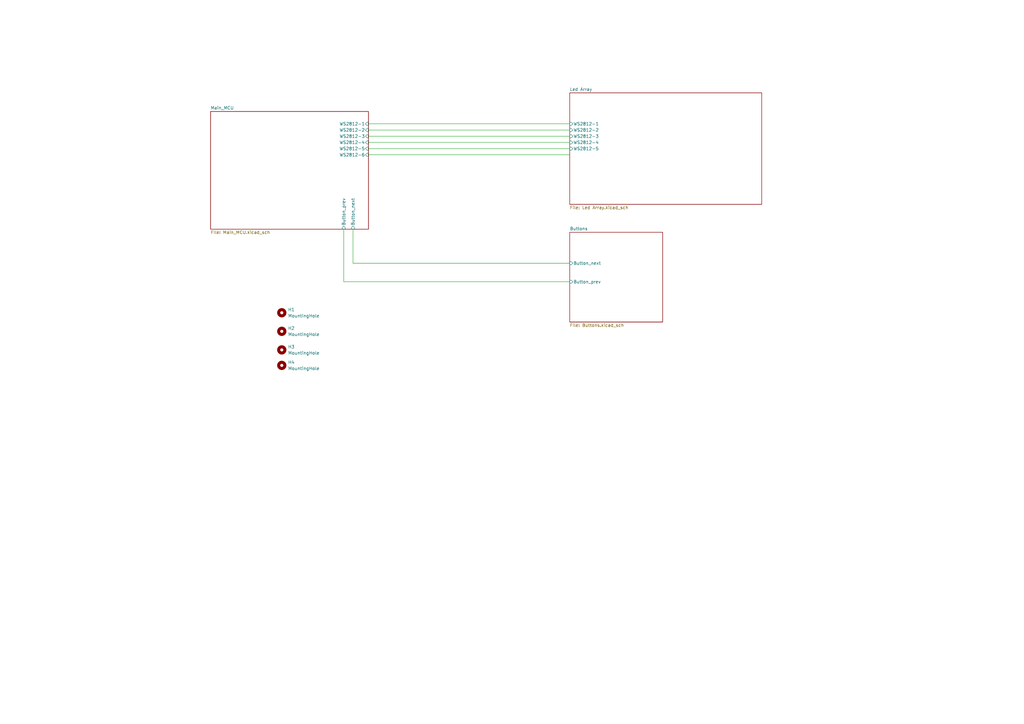
<source format=kicad_sch>
(kicad_sch (version 20231120) (generator "eeschema") (generator_version "8.0")
  (paper "A3")
  (title_block (title "KSS-E") (date "2022-09-20") (rev "REV1") (company "SmartEQ Bilisim"))
  (lib_symbols
    (symbol "Mechanical:MountingHole" (pin_names (offset 1.016))
      (property "Reference" "H" (at 0 5.08 0))
      (property "Value" "MountingHole" (at 0 3.175 0))
      (symbol "MountingHole_0_1"
        (circle (center 0 0) (radius 1.27) (stroke (width 1.27)))
      )
    )
  )
  (wire (pts (xy 144.78 107.95) (xy 233.68 107.95)))
  (wire (pts (xy 140.97 115.57) (xy 140.97 93.98)))
  (wire (pts (xy 233.68 115.57) (xy 140.97 115.57)))
  (wire (pts (xy 151.13 55.88) (xy 233.68 55.88)))
  (wire (pts (xy 151.13 53.34) (xy 233.68 53.34)))
  (wire (pts (xy 151.13 58.42) (xy 233.68 58.42)))
  (wire (pts (xy 151.13 60.96) (xy 233.68 60.96)))
  (wire (pts (xy 144.78 93.98) (xy 144.78 107.95)))
  (wire (pts (xy 151.13 50.8) (xy 233.68 50.8)))
  (wire (pts (xy 151.13 63.5) (xy 233.68 63.5)))
  (symbol (lib_id "Mechanical:MountingHole") (at 115.57 143.51 0) (unit 1)
    (property "Reference" "H3" (at 118.11 142.24 0) (effects (justify left)))
    (property "Value" "MountingHole" (at 118.11 144.78 0) (effects (justify left)))
    (property "Footprint" "MountingHole:MountingHole_3mm" (effects (hide yes)))
    (property "Description" "Mounting Hole without connection" (effects (hide yes)))
  )
  (symbol (lib_id "Mechanical:MountingHole") (at 115.57 135.89 0) (unit 1)
    (property "Reference" "H2" (at 118.11 134.62 0) (effects (justify left)))
    (property "Value" "MountingHole" (at 118.11 137.16 0) (effects (justify left)))
    (property "Footprint" "MountingHole:MountingHole_3mm" (effects (hide yes)))
    (property "Description" "Mounting Hole without connection" (effects (hide yes)))
  )
  (symbol (lib_id "Mechanical:MountingHole") (at 115.57 128.27 0) (unit 1)
    (property "Reference" "H1" (at 118.11 127 0) (effects (justify left)))
    (property "Value" "MountingHole" (at 118.11 129.54 0) (effects (justify left)))
    (property "Footprint" "MountingHole:MountingHole_3mm" (effects (hide yes)))
    (property "Description" "Mounting Hole without connection" (effects (hide yes)))
  )
  (symbol (lib_id "Mechanical:MountingHole") (at 115.57 149.86 0) (unit 1)
    (property "Reference" "H4" (at 118.11 148.59 0) (effects (justify left)))
    (property "Value" "MountingHole" (at 118.11 151.13 0) (effects (justify left)))
    (property "Footprint" "MountingHole:MountingHole_3mm" (effects (hide yes)))
    (property "Description" "Mounting Hole without connection" (effects (hide yes)))
  )
  (sheet (at 233.68 95.25) (size 38.1 36.83) (stroke (width 0.1524))
    (property "Sheetname" "Buttons" (at 233.68 94.5384 0) (effects (justify left bottom)))
    (property "Sheetfile" "Buttons.kicad_sch" (at 233.68 132.6646 0) (effects (justify left top)))
    (pin "Button_next" input (at 233.68 107.95 180))
    (pin "Button_prev" input (at 233.68 115.57 180))
  )
  (sheet (at 233.68 38.1) (size 78.74 45.72) (stroke (width 0.1524))
    (property "Sheetname" "Led Array" (at 233.68 37.3884 0) (effects (justify left bottom)))
    (property "Sheetfile" "Led Array.kicad_sch" (at 233.68 84.4046 0) (effects (justify left top)))
    (pin "WS2812-1" input (at 233.68 50.8 180))
    (pin "WS2812-4" input (at 233.68 58.42 180))
    (pin "WS2812-3" input (at 233.68 55.88 180))
    (pin "WS2812-2" input (at 233.68 53.34 180))
    (pin "WS2812-5" input (at 233.68 60.96 180))
  )
  (sheet (at 86.36 45.72) (size 64.77 48.26) (stroke (width 0.1524))
    (property "Sheetname" "Main_MCU" (at 86.36 45.0084 0) (effects (justify left bottom)))
    (property "Sheetfile" "Main_MCU.kicad_sch" (at 86.36 94.5646 0) (effects (justify left top)))
    (pin "WS2812-5" input (at 151.13 60.96 0))
    (pin "WS2812-6" input (at 151.13 63.5 0))
    (pin "WS2812-4" input (at 151.13 58.42 0))
    (pin "Button_next" input (at 144.78 93.98 270))
    (pin "Button_prev" input (at 140.97 93.98 270))
    (pin "WS2812-1" input (at 151.13 50.8 0))
    (pin "WS2812-2" input (at 151.13 53.34 0))
    (pin "WS2812-3" input (at 151.13 55.88 0))
  )
)
</source>
